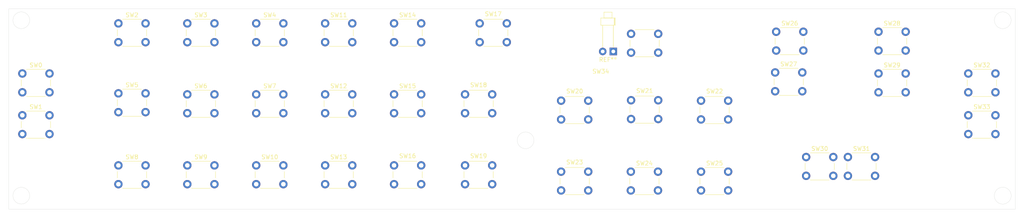
<source format=kicad_pcb>
(kicad_pcb (version 20240108) (generator "pcbnew") (generator_version "8.0")
  (layers (0 "F.Cu" signal) (31 "B.Cu" signal) (34 "B.Paste" user) (35 "F.Paste" user) (36 "B.SilkS" user "B.Silkscreen") (37 "F.SilkS" user "F.Silkscreen") (38 "B.Mask" user) (39 "F.Mask" user) (44 "Edge.Cuts" user))
  (net 0 "")
  (net 11 "/R0")
  (net 12 "/R1")
  (net 35 "/R2")
  (net 39 "/MB_1")
  (footprint "Button_Switch_THT:SW_PUSH_6mm" (layer "F.Cu") (at 254.750002 47.25)
    (property "Reference" "SW32" (at 3.25 -2 360) (layer "F.SilkS"))
    (property "Value" "SW_MEC_5E")
    (fp_line (start -0.25 1.5) (end -0.25 3) (stroke (width 0.12)) (layer "F.SilkS"))
    (fp_line (start 1 5.5) (end 5.5 5.5) (stroke (width 0.12)) (layer "F.SilkS"))
    (fp_line (start 5.5 -1) (end 1 -1) (stroke (width 0.12)) (layer "F.SilkS"))
    (fp_line (start 6.75 3) (end 6.75 1.5) (stroke (width 0.12)) (layer "F.SilkS"))
    (pad "1" thru_hole circle (at 0 0 90) (size 2 2) (drill 1.1) (layers "*.Cu" "*.Mask") (net 35 "/R2"))
    (pad "1" thru_hole circle (at 6.5 0 90) (size 2 2) (drill 1.1) (layers "*.Cu" "*.Mask") (net 35 "/R2"))
    (pad "2" thru_hole circle (at 0 4.5 90) (size 2 2) (drill 1.1) (layers "*.Cu" "*.Mask"))
    (pad "2" thru_hole circle (at 6.5 4.5 90) (size 2 2) (drill 1.1) (layers "*.Cu" "*.Mask"))
  )
  (footprint "Button_Switch_THT:SW_PUSH_6mm" (layer "F.Cu") (at 100.75 35.25)
    (property "Reference" "SW11" (at 3.25 -2 360) (layer "F.SilkS"))
    (property "Value" "SW_MEC_5E")
    (fp_line (start -0.25 1.5) (end -0.25 3) (stroke (width 0.12)) (layer "F.SilkS"))
    (fp_line (start 1 5.5) (end 5.5 5.5) (stroke (width 0.12)) (layer "F.SilkS"))
    (fp_line (start 5.5 -1) (end 1 -1) (stroke (width 0.12)) (layer "F.SilkS"))
    (fp_line (start 6.75 3) (end 6.75 1.5) (stroke (width 0.12)) (layer "F.SilkS"))
    (pad "1" thru_hole circle (at 0 0 90) (size 2 2) (drill 1.1) (layers "*.Cu" "*.Mask") (net 11 "/R0"))
    (pad "1" thru_hole circle (at 6.5 0 90) (size 2 2) (drill 1.1) (layers "*.Cu" "*.Mask") (net 11 "/R0"))
    (pad "2" thru_hole circle (at 0 4.5 90) (size 2 2) (drill 1.1) (layers "*.Cu" "*.Mask"))
    (pad "2" thru_hole circle (at 6.5 4.5 90) (size 2 2) (drill 1.1) (layers "*.Cu" "*.Mask"))
  )
  (footprint "Button_Switch_THT:SW_PUSH_6mm" (layer "F.Cu") (at 84.25 52.25)
    (property "Reference" "SW7" (at 3.25 -2 360) (layer "F.SilkS"))
    (property "Value" "SW_MEC_5E")
    (fp_line (start -0.25 1.5) (end -0.25 3) (stroke (width 0.12)) (layer "F.SilkS"))
    (fp_line (start 1 5.5) (end 5.5 5.5) (stroke (width 0.12)) (layer "F.SilkS"))
    (fp_line (start 5.5 -1) (end 1 -1) (stroke (width 0.12)) (layer "F.SilkS"))
    (fp_line (start 6.75 3) (end 6.75 1.5) (stroke (width 0.12)) (layer "F.SilkS"))
    (pad "1" thru_hole circle (at 0 0 90) (size 2 2) (drill 1.1) (layers "*.Cu" "*.Mask") (net 11 "/R0"))
    (pad "1" thru_hole circle (at 6.5 0 90) (size 2 2) (drill 1.1) (layers "*.Cu" "*.Mask") (net 11 "/R0"))
    (pad "2" thru_hole circle (at 0 4.5 90) (size 2 2) (drill 1.1) (layers "*.Cu" "*.Mask"))
    (pad "2" thru_hole circle (at 6.5 4.5 90) (size 2 2) (drill 1.1) (layers "*.Cu" "*.Mask"))
  )
  (footprint "Button_Switch_THT:SW_PUSH_6mm" (layer "F.Cu") (at 208.75 37.25)
    (property "Reference" "SW26" (at 3.25 -2 360) (layer "F.SilkS"))
    (property "Value" "SW_MEC_5E")
    (fp_line (start -0.25 1.5) (end -0.25 3) (stroke (width 0.12)) (layer "F.SilkS"))
    (fp_line (start 1 5.5) (end 5.5 5.5) (stroke (width 0.12)) (layer "F.SilkS"))
    (fp_line (start 5.5 -1) (end 1 -1) (stroke (width 0.12)) (layer "F.SilkS"))
    (fp_line (start 6.75 3) (end 6.75 1.5) (stroke (width 0.12)) (layer "F.SilkS"))
    (pad "1" thru_hole circle (at 0 0 90) (size 2 2) (drill 1.1) (layers "*.Cu" "*.Mask") (net 12 "/R1"))
    (pad "1" thru_hole circle (at 6.5 0 90) (size 2 2) (drill 1.1) (layers "*.Cu" "*.Mask") (net 12 "/R1"))
    (pad "2" thru_hole circle (at 0 4.5 90) (size 2 2) (drill 1.1) (layers "*.Cu" "*.Mask"))
    (pad "2" thru_hole circle (at 6.5 4.5 90) (size 2 2) (drill 1.1) (layers "*.Cu" "*.Mask"))
  )
  (footprint "Button_Switch_THT:SW_PUSH_6mm" (layer "F.Cu") (at 190.75 70.75)
    (property "Reference" "SW25" (at 3.25 -2 360) (layer "F.SilkS"))
    (property "Value" "SW_MEC_5E")
    (fp_line (start -0.25 1.5) (end -0.25 3) (stroke (width 0.12)) (layer "F.SilkS"))
    (fp_line (start 1 5.5) (end 5.5 5.5) (stroke (width 0.12)) (layer "F.SilkS"))
    (fp_line (start 5.5 -1) (end 1 -1) (stroke (width 0.12)) (layer "F.SilkS"))
    (fp_line (start 6.75 3) (end 6.75 1.5) (stroke (width 0.12)) (layer "F.SilkS"))
    (pad "1" thru_hole circle (at 0 0 90) (size 2 2) (drill 1.1) (layers "*.Cu" "*.Mask") (net 12 "/R1"))
    (pad "1" thru_hole circle (at 6.5 0 90) (size 2 2) (drill 1.1) (layers "*.Cu" "*.Mask") (net 12 "/R1"))
    (pad "2" thru_hole circle (at 0 4.5 90) (size 2 2) (drill 1.1) (layers "*.Cu" "*.Mask"))
    (pad "2" thru_hole circle (at 6.5 4.5 90) (size 2 2) (drill 1.1) (layers "*.Cu" "*.Mask"))
  )
  (footprint "Button_Switch_THT:SW_PUSH_6mm" (layer "F.Cu") (at 233.25 47.25)
    (property "Reference" "SW29" (at 3.25 -2 360) (layer "F.SilkS"))
    (property "Value" "SW_MEC_5E")
    (fp_line (start -0.25 1.5) (end -0.25 3) (stroke (width 0.12)) (layer "F.SilkS"))
    (fp_line (start 1 5.5) (end 5.5 5.5) (stroke (width 0.12)) (layer "F.SilkS"))
    (fp_line (start 5.5 -1) (end 1 -1) (stroke (width 0.12)) (layer "F.SilkS"))
    (fp_line (start 6.75 3) (end 6.75 1.5) (stroke (width 0.12)) (layer "F.SilkS"))
    (pad "1" thru_hole circle (at 0 0 90) (size 2 2) (drill 1.1) (layers "*.Cu" "*.Mask") (net 12 "/R1"))
    (pad "1" thru_hole circle (at 6.5 0 90) (size 2 2) (drill 1.1) (layers "*.Cu" "*.Mask") (net 12 "/R1"))
    (pad "2" thru_hole circle (at 0 4.5 90) (size 2 2) (drill 1.1) (layers "*.Cu" "*.Mask"))
    (pad "2" thru_hole circle (at 6.5 4.5 90) (size 2 2) (drill 1.1) (layers "*.Cu" "*.Mask"))
  )
  (footprint "Button_Switch_THT:SW_PUSH_6mm" (layer "F.Cu") (at 51.25 35.25)
    (property "Reference" "SW2" (at 3.25 -2 360) (layer "F.SilkS"))
    (property "Value" "SW_MEC_5E")
    (fp_line (start -0.25 1.5) (end -0.25 3) (stroke (width 0.12)) (layer "F.SilkS"))
    (fp_line (start 1 5.5) (end 5.5 5.5) (stroke (width 0.12)) (layer "F.SilkS"))
    (fp_line (start 5.5 -1) (end 1 -1) (stroke (width 0.12)) (layer "F.SilkS"))
    (fp_line (start 6.75 3) (end 6.75 1.5) (stroke (width 0.12)) (layer "F.SilkS"))
    (pad "1" thru_hole circle (at 0 0 90) (size 2 2) (drill 1.1) (layers "*.Cu" "*.Mask") (net 11 "/R0"))
    (pad "1" thru_hole circle (at 6.5 0 90) (size 2 2) (drill 1.1) (layers "*.Cu" "*.Mask") (net 11 "/R0"))
    (pad "2" thru_hole circle (at 0 4.5 90) (size 2 2) (drill 1.1) (layers "*.Cu" "*.Mask"))
    (pad "2" thru_hole circle (at 6.5 4.5 90) (size 2 2) (drill 1.1) (layers "*.Cu" "*.Mask"))
  )
  (footprint "Button_Switch_THT:SW_PUSH_6mm" (layer "F.Cu") (at 84.25 35.25)
    (property "Reference" "SW4" (at 3.25 -2 360) (layer "F.SilkS"))
    (property "Value" "SW_MEC_5E")
    (fp_line (start -0.25 1.5) (end -0.25 3) (stroke (width 0.12)) (layer "F.SilkS"))
    (fp_line (start 1 5.5) (end 5.5 5.5) (stroke (width 0.12)) (layer "F.SilkS"))
    (fp_line (start 5.5 -1) (end 1 -1) (stroke (width 0.12)) (layer "F.SilkS"))
    (fp_line (start 6.75 3) (end 6.75 1.5) (stroke (width 0.12)) (layer "F.SilkS"))
    (pad "1" thru_hole circle (at 0 0 90) (size 2 2) (drill 1.1) (layers "*.Cu" "*.Mask") (net 11 "/R0"))
    (pad "1" thru_hole circle (at 6.5 0 90) (size 2 2) (drill 1.1) (layers "*.Cu" "*.Mask") (net 11 "/R0"))
    (pad "2" thru_hole circle (at 0 4.5 90) (size 2 2) (drill 1.1) (layers "*.Cu" "*.Mask"))
    (pad "2" thru_hole circle (at 6.5 4.5 90) (size 2 2) (drill 1.1) (layers "*.Cu" "*.Mask"))
  )
  (footprint "Button_Switch_THT:SW_PUSH_6mm" (layer "F.Cu") (at 174 53.65)
    (property "Reference" "SW21" (at 3.25 -2.25 360) (layer "F.SilkS"))
    (property "Value" "SW_MEC_5E")
    (fp_line (start -0.25 1.5) (end -0.25 3) (stroke (width 0.12)) (layer "F.SilkS"))
    (fp_line (start 1 5.5) (end 5.5 5.5) (stroke (width 0.12)) (layer "F.SilkS"))
    (fp_line (start 5.5 -1) (end 1 -1) (stroke (width 0.12)) (layer "F.SilkS"))
    (fp_line (start 6.75 3) (end 6.75 1.5) (stroke (width 0.12)) (layer "F.SilkS"))
    (pad "1" thru_hole circle (at 0 0 90) (size 2 2) (drill 1.1) (layers "*.Cu" "*.Mask") (net 12 "/R1"))
    (pad "1" thru_hole circle (at 6.5 0 90) (size 2 2) (drill 1.1) (layers "*.Cu" "*.Mask") (net 12 "/R1"))
    (pad "2" thru_hole circle (at 0 4.5 90) (size 2 2) (drill 1.1) (layers "*.Cu" "*.Mask"))
    (pad "2" thru_hole circle (at 6.5 4.5 90) (size 2 2) (drill 1.1) (layers "*.Cu" "*.Mask"))
  )
  (footprint "Button_Switch_THT:SW_PUSH_6mm" (layer "F.Cu") (at 157.250002 53.74993)
    (property "Reference" "SW20" (at 3.25 -2.25 360) (layer "F.SilkS"))
    (property "Value" "SW_MEC_5E")
    (fp_line (start -0.25 1.5) (end -0.25 3) (stroke (width 0.12)) (layer "F.SilkS"))
    (fp_line (start 1 5.5) (end 5.5 5.5) (stroke (width 0.12)) (layer "F.SilkS"))
    (fp_line (start 5.5 -1) (end 1 -1) (stroke (width 0.12)) (layer "F.SilkS"))
    (fp_line (start 6.75 3) (end 6.75 1.5) (stroke (width 0.12)) (layer "F.SilkS"))
    (pad "1" thru_hole circle (at 0 0 90) (size 2 2) (drill 1.1) (layers "*.Cu" "*.Mask") (net 12 "/R1"))
    (pad "1" thru_hole circle (at 6.5 0 90) (size 2 2) (drill 1.1) (layers "*.Cu" "*.Mask") (net 12 "/R1"))
    (pad "2" thru_hole circle (at 0 4.5 90) (size 2 2) (drill 1.1) (layers "*.Cu" "*.Mask"))
    (pad "2" thru_hole circle (at 6.5 4.5 90) (size 2 2) (drill 1.1) (layers "*.Cu" "*.Mask"))
  )
  (footprint "Button_Switch_THT:SW_PUSH_6mm" (layer "F.Cu") (at 51.25 69.25)
    (property "Reference" "SW8" (at 3.25 -2 360) (layer "F.SilkS"))
    (property "Value" "SW_MEC_5E")
    (fp_line (start -0.25 1.5) (end -0.25 3) (stroke (width 0.12)) (layer "F.SilkS"))
    (fp_line (start 1 5.5) (end 5.5 5.5) (stroke (width 0.12)) (layer "F.SilkS"))
    (fp_line (start 5.5 -1) (end 1 -1) (stroke (width 0.12)) (layer "F.SilkS"))
    (fp_line (start 6.75 3) (end 6.75 1.5) (stroke (width 0.12)) (layer "F.SilkS"))
    (pad "1" thru_hole circle (at 0 0 90) (size 2 2) (drill 1.1) (layers "*.Cu" "*.Mask") (net 11 "/R0"))
    (pad "1" thru_hole circle (at 6.5 0 90) (size 2 2) (drill 1.1) (layers "*.Cu" "*.Mask") (net 11 "/R0"))
    (pad "2" thru_hole circle (at 0 4.5 90) (size 2 2) (drill 1.1) (layers "*.Cu" "*.Mask"))
    (pad "2" thru_hole circle (at 6.5 4.5 90) (size 2 2) (drill 1.1) (layers "*.Cu" "*.Mask"))
  )
  (footprint "Button_Switch_THT:SW_PUSH_6mm" (layer "F.Cu") (at 190.75 53.75)
    (property "Reference" "SW22" (at 3.25 -2.25 360) (layer "F.SilkS"))
    (property "Value" "SW_MEC_5E")
    (fp_line (start -0.25 1.5) (end -0.25 3) (stroke (width 0.12)) (layer "F.SilkS"))
    (fp_line (start 1 5.5) (end 5.5 5.5) (stroke (width 0.12)) (layer "F.SilkS"))
    (fp_line (start 5.5 -1) (end 1 -1) (stroke (width 0.12)) (layer "F.SilkS"))
    (fp_line (start 6.75 3) (end 6.75 1.5) (stroke (width 0.12)) (layer "F.SilkS"))
    (pad "1" thru_hole circle (at 0 0 90) (size 2 2) (drill 1.1) (layers "*.Cu" "*.Mask") (net 12 "/R1"))
    (pad "1" thru_hole circle (at 6.5 0 90) (size 2 2) (drill 1.1) (layers "*.Cu" "*.Mask") (net 12 "/R1"))
    (pad "2" thru_hole circle (at 0 4.5 90) (size 2 2) (drill 1.1) (layers "*.Cu" "*.Mask"))
    (pad "2" thru_hole circle (at 6.5 4.5 90) (size 2 2) (drill 1.1) (layers "*.Cu" "*.Mask"))
  )
  (footprint "Button_Switch_THT:SW_PUSH_6mm" (layer "F.Cu") (at 84.25 69.25)
    (property "Reference" "SW10" (at 3.25 -2 360) (layer "F.SilkS"))
    (property "Value" "SW_MEC_5E")
    (fp_line (start -0.25 1.5) (end -0.25 3) (stroke (width 0.12)) (layer "F.SilkS"))
    (fp_line (start 1 5.5) (end 5.5 5.5) (stroke (width 0.12)) (layer "F.SilkS"))
    (fp_line (start 5.5 -1) (end 1 -1) (stroke (width 0.12)) (layer "F.SilkS"))
    (fp_line (start 6.75 3) (end 6.75 1.5) (stroke (width 0.12)) (layer "F.SilkS"))
    (pad "1" thru_hole circle (at 0 0 90) (size 2 2) (drill 1.1) (layers "*.Cu" "*.Mask") (net 11 "/R0"))
    (pad "1" thru_hole circle (at 6.5 0 90) (size 2 2) (drill 1.1) (layers "*.Cu" "*.Mask") (net 11 "/R0"))
    (pad "2" thru_hole circle (at 0 4.5 90) (size 2 2) (drill 1.1) (layers "*.Cu" "*.Mask"))
    (pad "2" thru_hole circle (at 6.5 4.5 90) (size 2 2) (drill 1.1) (layers "*.Cu" "*.Mask"))
  )
  (footprint "Button_Switch_THT:SW_PUSH_6mm" (layer "F.Cu") (at 137.75 35.25)
    (property "Reference" "SW17" (at 3.25 -2.25 360) (layer "F.SilkS"))
    (property "Value" "SW_MEC_5E")
    (fp_line (start -0.25 1.5) (end -0.25 3) (stroke (width 0.12)) (layer "F.SilkS"))
    (fp_line (start 1 5.5) (end 5.5 5.5) (stroke (width 0.12)) (layer "F.SilkS"))
    (fp_line (start 5.5 -1) (end 1 -1) (stroke (width 0.12)) (layer "F.SilkS"))
    (fp_line (start 6.75 3) (end 6.75 1.5) (stroke (width 0.12)) (layer "F.SilkS"))
    (pad "1" thru_hole circle (at 0 0 90) (size 2 2) (drill 1.1) (layers "*.Cu" "*.Mask") (net 12 "/R1"))
    (pad "1" thru_hole circle (at 6.5 0 90) (size 2 2) (drill 1.1) (layers "*.Cu" "*.Mask") (net 12 "/R1"))
    (pad "2" thru_hole circle (at 0 4.5 90) (size 2 2) (drill 1.1) (layers "*.Cu" "*.Mask"))
    (pad "2" thru_hole circle (at 6.5 4.5 90) (size 2 2) (drill 1.1) (layers "*.Cu" "*.Mask"))
  )
  (footprint "Button_Switch_THT:SW_PUSH_6mm" (layer "F.Cu") (at 173.950002 70.74993)
    (property "Reference" "SW24" (at 3.25 -2 360) (layer "F.SilkS"))
    (property "Value" "SW_MEC_5E")
    (fp_line (start -0.25 1.5) (end -0.25 3) (stroke (width 0.12)) (layer "F.SilkS"))
    (fp_line (start 1 5.5) (end 5.5 5.5) (stroke (width 0.12)) (layer "F.SilkS"))
    (fp_line (start 5.5 -1) (end 1 -1) (stroke (width 0.12)) (layer "F.SilkS"))
    (fp_line (start 6.75 3) (end 6.75 1.5) (stroke (width 0.12)) (layer "F.SilkS"))
    (pad "1" thru_hole circle (at 0 0 90) (size 2 2) (drill 1.1) (layers "*.Cu" "*.Mask") (net 12 "/R1"))
    (pad "1" thru_hole circle (at 6.5 0 90) (size 2 2) (drill 1.1) (layers "*.Cu" "*.Mask") (net 12 "/R1"))
    (pad "2" thru_hole circle (at 0 4.5 90) (size 2 2) (drill 1.1) (layers "*.Cu" "*.Mask"))
    (pad "2" thru_hole circle (at 6.5 4.5 90) (size 2 2) (drill 1.1) (layers "*.Cu" "*.Mask"))
  )
  (footprint "Button_Switch_THT:SW_PUSH_6mm" (layer "F.Cu") (at 28.25 47.25)
    (property "Reference" "SW0" (at 3.25 -2 360) (layer "F.SilkS"))
    (property "Value" "SW_MEC_5E")
    (fp_line (start -0.25 1.5) (end -0.25 3) (stroke (width 0.12)) (layer "F.SilkS"))
    (fp_line (start 1 5.5) (end 5.5 5.5) (stroke (width 0.12)) (layer "F.SilkS"))
    (fp_line (start 5.5 -1) (end 1 -1) (stroke (width 0.12)) (layer "F.SilkS"))
    (fp_line (start 6.75 3) (end 6.75 1.5) (stroke (width 0.12)) (layer "F.SilkS"))
    (pad "1" thru_hole circle (at 0 0 90) (size 2 2) (drill 1.1) (layers "*.Cu" "*.Mask") (net 11 "/R0"))
    (pad "1" thru_hole circle (at 6.5 0 90) (size 2 2) (drill 1.1) (layers "*.Cu" "*.Mask") (net 11 "/R0"))
    (pad "2" thru_hole circle (at 0 4.5 90) (size 2 2) (drill 1.1) (layers "*.Cu" "*.Mask"))
    (pad "2" thru_hole circle (at 6.5 4.5 90) (size 2 2) (drill 1.1) (layers "*.Cu" "*.Mask"))
  )
  (footprint "Button_Switch_THT:SW_PUSH_6mm" (layer "F.Cu") (at 208.5 47)
    (property "Reference" "SW27" (at 3.25 -2 360) (layer "F.SilkS"))
    (property "Value" "SW_MEC_5E")
    (fp_line (start -0.25 1.5) (end -0.25 3) (stroke (width 0.12)) (layer "F.SilkS"))
    (fp_line (start 1 5.5) (end 5.5 5.5) (stroke (width 0.12)) (layer "F.SilkS"))
    (fp_line (start 5.5 -1) (end 1 -1) (stroke (width 0.12)) (layer "F.SilkS"))
    (fp_line (start 6.75 3) (end 6.75 1.5) (stroke (width 0.12)) (layer "F.SilkS"))
    (pad "1" thru_hole circle (at 0 0 90) (size 2 2) (drill 1.1) (layers "*.Cu" "*.Mask") (net 12 "/R1"))
    (pad "1" thru_hole circle (at 6.5 0 90) (size 2 2) (drill 1.1) (layers "*.Cu" "*.Mask") (net 12 "/R1"))
    (pad "2" thru_hole circle (at 0 4.5 90) (size 2 2) (drill 1.1) (layers "*.Cu" "*.Mask"))
    (pad "2" thru_hole circle (at 6.5 4.5 90) (size 2 2) (drill 1.1) (layers "*.Cu" "*.Mask"))
  )
  (footprint "Button_Switch_THT:SW_PUSH_6mm" (layer "F.Cu") (at 225.924348 67.25)
    (property "Reference" "SW31" (at 3.25 -2 360) (layer "F.SilkS"))
    (property "Value" "SW_MEC_5E")
    (fp_line (start -0.25 1.5) (end -0.25 3) (stroke (width 0.12)) (layer "F.SilkS"))
    (fp_line (start 1 5.5) (end 5.5 5.5) (stroke (width 0.12)) (layer "F.SilkS"))
    (fp_line (start 5.5 -1) (end 1 -1) (stroke (width 0.12)) (layer "F.SilkS"))
    (fp_line (start 6.75 3) (end 6.75 1.5) (stroke (width 0.12)) (layer "F.SilkS"))
    (pad "1" thru_hole circle (at 0 0 90) (size 2 2) (drill 1.1) (layers "*.Cu" "*.Mask") (net 12 "/R1"))
    (pad "1" thru_hole circle (at 6.5 0 90) (size 2 2) (drill 1.1) (layers "*.Cu" "*.Mask") (net 12 "/R1"))
    (pad "2" thru_hole circle (at 0 4.5 90) (size 2 2) (drill 1.1) (layers "*.Cu" "*.Mask"))
    (pad "2" thru_hole circle (at 6.5 4.5 90) (size 2 2) (drill 1.1) (layers "*.Cu" "*.Mask"))
  )
  (footprint "Button_Switch_THT:SW_PUSH_6mm" (layer "F.Cu") (at 67.75 35.25)
    (property "Reference" "SW3" (at 3.25 -2 360) (layer "F.SilkS"))
    (property "Value" "SW_MEC_5E")
    (fp_line (start -0.25 1.5) (end -0.25 3) (stroke (width 0.12)) (layer "F.SilkS"))
    (fp_line (start 1 5.5) (end 5.5 5.5) (stroke (width 0.12)) (layer "F.SilkS"))
    (fp_line (start 5.5 -1) (end 1 -1) (stroke (width 0.12)) (layer "F.SilkS"))
    (fp_line (start 6.75 3) (end 6.75 1.5) (stroke (width 0.12)) (layer "F.SilkS"))
    (pad "1" thru_hole circle (at 0 0 90) (size 2 2) (drill 1.1) (layers "*.Cu" "*.Mask") (net 11 "/R0"))
    (pad "1" thru_hole circle (at 6.5 0 90) (size 2 2) (drill 1.1) (layers "*.Cu" "*.Mask") (net 11 "/R0"))
    (pad "2" thru_hole circle (at 0 4.5 90) (size 2 2) (drill 1.1) (layers "*.Cu" "*.Mask"))
    (pad "2" thru_hole circle (at 6.5 4.5 90) (size 2 2) (drill 1.1) (layers "*.Cu" "*.Mask"))
  )
  (footprint "Button_Switch_THT:SW_PUSH_6mm" (layer "F.Cu") (at 254.750002 57.25)
    (property "Reference" "SW33" (at 3.25 -2 360) (layer "F.SilkS"))
    (property "Value" "SW_MEC_5E")
    (fp_line (start -0.25 1.5) (end -0.25 3) (stroke (width 0.12)) (layer "F.SilkS"))
    (fp_line (start 1 5.5) (end 5.5 5.5) (stroke (width 0.12)) (layer "F.SilkS"))
    (fp_line (start 5.5 -1) (end 1 -1) (stroke (width 0.12)) (layer "F.SilkS"))
    (fp_line (start 6.75 3) (end 6.75 1.5) (stroke (width 0.12)) (layer "F.SilkS"))
    (pad "1" thru_hole circle (at 0 0 90) (size 2 2) (drill 1.1) (layers "*.Cu" "*.Mask") (net 35 "/R2"))
    (pad "1" thru_hole circle (at 6.5 0 90) (size 2 2) (drill 1.1) (layers "*.Cu" "*.Mask") (net 35 "/R2"))
    (pad "2" thru_hole circle (at 0 4.5 90) (size 2 2) (drill 1.1) (layers "*.Cu" "*.Mask"))
    (pad "2" thru_hole circle (at 6.5 4.5 90) (size 2 2) (drill 1.1) (layers "*.Cu" "*.Mask"))
  )
  (footprint "Button_Switch_THT:SW_PUSH_6mm" (layer "F.Cu") (at 100.75 52.25)
    (property "Reference" "SW12" (at 3.25 -2 360) (layer "F.SilkS"))
    (property "Value" "SW_MEC_5E")
    (fp_line (start -0.25 1.5) (end -0.25 3) (stroke (width 0.12)) (layer "F.SilkS"))
    (fp_line (start 1 5.5) (end 5.5 5.5) (stroke (width 0.12)) (layer "F.SilkS"))
    (fp_line (start 5.5 -1) (end 1 -1) (stroke (width 0.12)) (layer "F.SilkS"))
    (fp_line (start 6.75 3) (end 6.75 1.5) (stroke (width 0.12)) (layer "F.SilkS"))
    (pad "1" thru_hole circle (at 0 0 90) (size 2 2) (drill 1.1) (layers "*.Cu" "*.Mask") (net 11 "/R0"))
    (pad "1" thru_hole circle (at 6.5 0 90) (size 2 2) (drill 1.1) (layers "*.Cu" "*.Mask") (net 11 "/R0"))
    (pad "2" thru_hole circle (at 0 4.5 90) (size 2 2) (drill 1.1) (layers "*.Cu" "*.Mask"))
    (pad "2" thru_hole circle (at 6.5 4.5 90) (size 2 2) (drill 1.1) (layers "*.Cu" "*.Mask"))
  )
  (footprint "Button_Switch_THT:SW_PUSH_6mm" (layer "F.Cu") (at 117.25 35.25)
    (property "Reference" "SW14" (at 3.25 -2 360) (layer "F.SilkS"))
    (property "Value" "SW_MEC_5E")
    (fp_line (start -0.25 1.5) (end -0.25 3) (stroke (width 0.12)) (layer "F.SilkS"))
    (fp_line (start 1 5.5) (end 5.5 5.5) (stroke (width 0.12)) (layer "F.SilkS"))
    (fp_line (start 5.5 -1) (end 1 -1) (stroke (width 0.12)) (layer "F.SilkS"))
    (fp_line (start 6.75 3) (end 6.75 1.5) (stroke (width 0.12)) (layer "F.SilkS"))
    (pad "1" thru_hole circle (at 0 0 90) (size 2 2) (drill 1.1) (layers "*.Cu" "*.Mask") (net 11 "/R0"))
    (pad "1" thru_hole circle (at 6.5 0 90) (size 2 2) (drill 1.1) (layers "*.Cu" "*.Mask") (net 11 "/R0"))
    (pad "2" thru_hole circle (at 0 4.5 90) (size 2 2) (drill 1.1) (layers "*.Cu" "*.Mask"))
    (pad "2" thru_hole circle (at 6.5 4.5 90) (size 2 2) (drill 1.1) (layers "*.Cu" "*.Mask"))
  )
  (footprint "Button_Switch_THT:SW_PUSH_6mm" (layer "F.Cu") (at 134.25 69.25)
    (property "Reference" "SW19" (at 3.25 -2.25 360) (layer "F.SilkS"))
    (property "Value" "SW_MEC_5E")
    (fp_line (start -0.25 1.5) (end -0.25 3) (stroke (width 0.12)) (layer "F.SilkS"))
    (fp_line (start 1 5.5) (end 5.5 5.5) (stroke (width 0.12)) (layer "F.SilkS"))
    (fp_line (start 5.5 -1) (end 1 -1) (stroke (width 0.12)) (layer "F.SilkS"))
    (fp_line (start 6.75 3) (end 6.75 1.5) (stroke (width 0.12)) (layer "F.SilkS"))
    (pad "1" thru_hole circle (at 0 0 90) (size 2 2) (drill 1.1) (layers "*.Cu" "*.Mask") (net 12 "/R1"))
    (pad "1" thru_hole circle (at 6.5 0 90) (size 2 2) (drill 1.1) (layers "*.Cu" "*.Mask") (net 12 "/R1"))
    (pad "2" thru_hole circle (at 0 4.5 90) (size 2 2) (drill 1.1) (layers "*.Cu" "*.Mask"))
    (pad "2" thru_hole circle (at 6.5 4.5 90) (size 2 2) (drill 1.1) (layers "*.Cu" "*.Mask"))
  )
  (footprint "Button_Switch_THT:SW_PUSH_6mm" (layer "F.Cu") (at 134.25 52.25)
    (property "Reference" "SW18" (at 3.25 -2.25 360) (layer "F.SilkS"))
    (property "Value" "SW_MEC_5E")
    (fp_line (start -0.25 1.5) (end -0.25 3) (stroke (width 0.12)) (layer "F.SilkS"))
    (fp_line (start 1 5.5) (end 5.5 5.5) (stroke (width 0.12)) (layer "F.SilkS"))
    (fp_line (start 5.5 -1) (end 1 -1) (stroke (width 0.12)) (layer "F.SilkS"))
    (fp_line (start 6.75 3) (end 6.75 1.5) (stroke (width 0.12)) (layer "F.SilkS"))
    (pad "1" thru_hole circle (at 0 0 90) (size 2 2) (drill 1.1) (layers "*.Cu" "*.Mask") (net 12 "/R1"))
    (pad "1" thru_hole circle (at 6.5 0 90) (size 2 2) (drill 1.1) (layers "*.Cu" "*.Mask") (net 12 "/R1"))
    (pad "2" thru_hole circle (at 0 4.5 90) (size 2 2) (drill 1.1) (layers "*.Cu" "*.Mask"))
    (pad "2" thru_hole circle (at 6.5 4.5 90) (size 2 2) (drill 1.1) (layers "*.Cu" "*.Mask"))
  )
  (footprint "Button_Switch_THT:SW_PUSH_6mm" (layer "F.Cu") (at 215.924348 67.25)
    (property "Reference" "SW30" (at 3.25 -2 360) (layer "F.SilkS"))
    (property "Value" "SW_MEC_5E")
    (fp_line (start -0.25 1.5) (end -0.25 3) (stroke (width 0.12)) (layer "F.SilkS"))
    (fp_line (start 1 5.5) (end 5.5 5.5) (stroke (width 0.12)) (layer "F.SilkS"))
    (fp_line (start 5.5 -1) (end 1 -1) (stroke (width 0.12)) (layer "F.SilkS"))
    (fp_line (start 6.75 3) (end 6.75 1.5) (stroke (width 0.12)) (layer "F.SilkS"))
    (pad "1" thru_hole circle (at 0 0 90) (size 2 2) (drill 1.1) (layers "*.Cu" "*.Mask") (net 12 "/R1"))
    (pad "1" thru_hole circle (at 6.5 0 90) (size 2 2) (drill 1.1) (layers "*.Cu" "*.Mask") (net 12 "/R1"))
    (pad "2" thru_hole circle (at 0 4.5 90) (size 2 2) (drill 1.1) (layers "*.Cu" "*.Mask"))
    (pad "2" thru_hole circle (at 6.5 4.5 90) (size 2 2) (drill 1.1) (layers "*.Cu" "*.Mask"))
  )
  (footprint "Button_Switch_THT:SW_PUSH_6mm" (layer "F.Cu") (at 100.75 69.25)
    (property "Reference" "SW13" (at 3.25 -2 360) (layer "F.SilkS"))
    (property "Value" "SW_MEC_5E")
    (fp_line (start -0.25 1.5) (end -0.25 3) (stroke (width 0.12)) (layer "F.SilkS"))
    (fp_line (start 1 5.5) (end 5.5 5.5) (stroke (width 0.12)) (layer "F.SilkS"))
    (fp_line (start 5.5 -1) (end 1 -1) (stroke (width 0.12)) (layer "F.SilkS"))
    (fp_line (start 6.75 3) (end 6.75 1.5) (stroke (width 0.12)) (layer "F.SilkS"))
    (pad "1" thru_hole circle (at 0 0 90) (size 2 2) (drill 1.1) (layers "*.Cu" "*.Mask") (net 11 "/R0"))
    (pad "1" thru_hole circle (at 6.5 0 90) (size 2 2) (drill 1.1) (layers "*.Cu" "*.Mask") (net 11 "/R0"))
    (pad "2" thru_hole circle (at 0 4.5 90) (size 2 2) (drill 1.1) (layers "*.Cu" "*.Mask"))
    (pad "2" thru_hole circle (at 6.5 4.5 90) (size 2 2) (drill 1.1) (layers "*.Cu" "*.Mask"))
  )
  (footprint "Button_Switch_THT:SW_PUSH_6mm" (layer "F.Cu") (at 233.25 37.25)
    (property "Reference" "SW28" (at 3.25 -2 360) (layer "F.SilkS"))
    (property "Value" "SW_MEC_5E")
    (fp_line (start -0.25 1.5) (end -0.25 3) (stroke (width 0.12)) (layer "F.SilkS"))
    (fp_line (start 1 5.5) (end 5.5 5.5) (stroke (width 0.12)) (layer "F.SilkS"))
    (fp_line (start 5.5 -1) (end 1 -1) (stroke (width 0.12)) (layer "F.SilkS"))
    (fp_line (start 6.75 3) (end 6.75 1.5) (stroke (width 0.12)) (layer "F.SilkS"))
    (pad "1" thru_hole circle (at 0 0 90) (size 2 2) (drill 1.1) (layers "*.Cu" "*.Mask") (net 12 "/R1"))
    (pad "1" thru_hole circle (at 6.5 0 90) (size 2 2) (drill 1.1) (layers "*.Cu" "*.Mask") (net 12 "/R1"))
    (pad "2" thru_hole circle (at 0 4.5 90) (size 2 2) (drill 1.1) (layers "*.Cu" "*.Mask"))
    (pad "2" thru_hole circle (at 6.5 4.5 90) (size 2 2) (drill 1.1) (layers "*.Cu" "*.Mask"))
  )
  (footprint "Button_Switch_THT:SW_PUSH_6mm" (layer "F.Cu") (at 157.25 70.75)
    (property "Reference" "SW23" (at 3.25 -2.25 360) (layer "F.SilkS"))
    (property "Value" "SW_MEC_5E")
    (fp_line (start -0.25 1.5) (end -0.25 3) (stroke (width 0.12)) (layer "F.SilkS"))
    (fp_line (start 1 5.5) (end 5.5 5.5) (stroke (width 0.12)) (layer "F.SilkS"))
    (fp_line (start 5.5 -1) (end 1 -1) (stroke (width 0.12)) (layer "F.SilkS"))
    (fp_line (start 6.75 3) (end 6.75 1.5) (stroke (width 0.12)) (layer "F.SilkS"))
    (pad "1" thru_hole circle (at 0 0 90) (size 2 2) (drill 1.1) (layers "*.Cu" "*.Mask") (net 12 "/R1"))
    (pad "1" thru_hole circle (at 6.5 0 90) (size 2 2) (drill 1.1) (layers "*.Cu" "*.Mask") (net 12 "/R1"))
    (pad "2" thru_hole circle (at 0 4.5 90) (size 2 2) (drill 1.1) (layers "*.Cu" "*.Mask"))
    (pad "2" thru_hole circle (at 6.5 4.5 90) (size 2 2) (drill 1.1) (layers "*.Cu" "*.Mask"))
  )
  (footprint "Button_Switch_THT:SW_PUSH_6mm" (layer "F.Cu") (at 51.25 52)
    (property "Reference" "SW5" (at 3.25 -2 360) (layer "F.SilkS"))
    (property "Value" "SW_MEC_5E")
    (fp_line (start -0.25 1.5) (end -0.25 3) (stroke (width 0.12)) (layer "F.SilkS"))
    (fp_line (start 1 5.5) (end 5.5 5.5) (stroke (width 0.12)) (layer "F.SilkS"))
    (fp_line (start 5.5 -1) (end 1 -1) (stroke (width 0.12)) (layer "F.SilkS"))
    (fp_line (start 6.75 3) (end 6.75 1.5) (stroke (width 0.12)) (layer "F.SilkS"))
    (pad "1" thru_hole circle (at 0 0 90) (size 2 2) (drill 1.1) (layers "*.Cu" "*.Mask") (net 11 "/R0"))
    (pad "1" thru_hole circle (at 6.5 0 90) (size 2 2) (drill 1.1) (layers "*.Cu" "*.Mask") (net 11 "/R0"))
    (pad "2" thru_hole circle (at 0 4.5 90) (size 2 2) (drill 1.1) (layers "*.Cu" "*.Mask"))
    (pad "2" thru_hole circle (at 6.5 4.5 90) (size 2 2) (drill 1.1) (layers "*.Cu" "*.Mask"))
  )
  (footprint "Button_Switch_THT:SW_PUSH_6mm" (layer "F.Cu") (at 28.25 57.25)
    (property "Reference" "SW1" (at 3.25 -2 360) (layer "F.SilkS"))
    (property "Value" "SW_MEC_5E")
    (fp_line (start -0.25 1.5) (end -0.25 3) (stroke (width 0.12)) (layer "F.SilkS"))
    (fp_line (start 1 5.5) (end 5.5 5.5) (stroke (width 0.12)) (layer "F.SilkS"))
    (fp_line (start 5.5 -1) (end 1 -1) (stroke (width 0.12)) (layer "F.SilkS"))
    (fp_line (start 6.75 3) (end 6.75 1.5) (stroke (width 0.12)) (layer "F.SilkS"))
    (pad "1" thru_hole circle (at 0 0 90) (size 2 2) (drill 1.1) (layers "*.Cu" "*.Mask") (net 11 "/R0"))
    (pad "1" thru_hole circle (at 6.5 0 90) (size 2 2) (drill 1.1) (layers "*.Cu" "*.Mask") (net 11 "/R0"))
    (pad "2" thru_hole circle (at 0 4.5 90) (size 2 2) (drill 1.1) (layers "*.Cu" "*.Mask"))
    (pad "2" thru_hole circle (at 6.5 4.5 90) (size 2 2) (drill 1.1) (layers "*.Cu" "*.Mask"))
  )
  (footprint "Button_Switch_THT:SW_PUSH_6mm" (layer "F.Cu") (at 67.75 52.25)
    (property "Reference" "SW6" (at 3.25 -2 360) (layer "F.SilkS"))
    (property "Value" "SW_MEC_5E")
    (fp_line (start -0.25 1.5) (end -0.25 3) (stroke (width 0.12)) (layer "F.SilkS"))
    (fp_line (start 1 5.5) (end 5.5 5.5) (stroke (width 0.12)) (layer "F.SilkS"))
    (fp_line (start 5.5 -1) (end 1 -1) (stroke (width 0.12)) (layer "F.SilkS"))
    (fp_line (start 6.75 3) (end 6.75 1.5) (stroke (width 0.12)) (layer "F.SilkS"))
    (pad "1" thru_hole circle (at 0 0 90) (size 2 2) (drill 1.1) (layers "*.Cu" "*.Mask") (net 11 "/R0"))
    (pad "1" thru_hole circle (at 6.5 0 90) (size 2 2) (drill 1.1) (layers "*.Cu" "*.Mask") (net 11 "/R0"))
    (pad "2" thru_hole circle (at 0 4.5 90) (size 2 2) (drill 1.1) (layers "*.Cu" "*.Mask"))
    (pad "2" thru_hole circle (at 6.5 4.5 90) (size 2 2) (drill 1.1) (layers "*.Cu" "*.Mask"))
  )
  (footprint "LED_THT:LED_D1.8mm_W1.8mm_H2.4mm_Horizontal_O6.35mm_Z8.2mm" (layer "F.Cu") (at 169.75 41.975 180)
    (property "Reference" "REF**" (at 1.27 -1.96 360) (layer "F.SilkS"))
    (property "Value" "LED_D1.8mm_W1.8mm_H2.4mm_Horizontal_O6.35mm_Z8.2mm")
    (fp_line (start 2.98 8.01) (end 2.98 6.29) (stroke (width 0.12)) (layer "F.SilkS"))
    (fp_line (start 2.98 6.29) (end -0.44 6.29) (stroke (width 0.12)) (layer "F.SilkS"))
    (fp_line (start 2.54 6.29) (end 2.54 6.29) (stroke (width 0.12)) (layer "F.SilkS"))
    (fp_line (start 2.54 6.29) (end 2.54 1.08) (stroke (width 0.12)) (layer "F.SilkS"))
    (fp_line (start 2.54 1.08) (end 2.54 6.29) (stroke (width 0.12)) (layer "F.SilkS"))
    (fp_line (start 2.54 1.08) (end 2.54 1.08) (stroke (width 0.12)) (layer "F.SilkS"))
    (fp_line (start 2.23 9.41) (end 2.23 8.01) (stroke (width 0.12)) (layer "F.SilkS"))
    (fp_line (start 2.23 8.01) (end 0.31 8.01) (stroke (width 0.12)) (layer "F.SilkS"))
    (fp_line (start 0.31 9.41) (end 2.23 9.41) (stroke (width 0.12)) (layer "F.SilkS"))
    (fp_line (start 0.31 8.01) (end 0.31 9.41) (stroke (width 0.12)) (layer "F.SilkS"))
    (fp_line (start 0 6.29) (end 0 6.29) (stroke (width 0.12)) (layer "F.SilkS"))
    (fp_line (start 0 6.29) (end 0 1.08) (stroke (width 0.12)) (layer "F.SilkS"))
    (fp_line (start 0 1.08) (end 0 6.29) (stroke (width 0.12)) (layer "F.SilkS"))
    (fp_line (start 0 1.08) (end 0 1.08) (stroke (width 0.12)) (layer "F.SilkS"))
    (fp_line (start -0.2 6.29) (end -0.2 8.01) (stroke (width 0.12)) (layer "F.SilkS"))
    (fp_line (start -0.32 6.29) (end -0.32 8.01) (stroke (width 0.12)) (layer "F.SilkS"))
    (fp_line (start -0.44 8.01) (end 2.98 8.01) (stroke (width 0.12)) (layer "F.SilkS"))
    (fp_line (start -0.44 6.29) (end -0.44 8.01) (stroke (width 0.12)) (layer "F.SilkS"))
    (pad "1" thru_hole rect (at 0 0 180) (size 1.8 1.8) (drill 0.9) (layers "*.Cu" "*.Mask"))
    (pad "2" thru_hole circle (at 2.54 0 180) (size 1.8 1.8) (drill 0.9) (layers "*.Cu" "*.Mask"))
  )
  (footprint "Button_Switch_THT:SW_PUSH_6mm" (layer "F.Cu") (at 174 37.75)
    (property "Reference" "SW34" (at -7.25 9 0) (layer "F.SilkS"))
    (property "Value" "SW_MEC_5E")
    (fp_line (start -0.25 1.5) (end -0.25 3) (stroke (width 0.12)) (layer "F.SilkS"))
    (fp_line (start 1 5.5) (end 5.5 5.5) (stroke (width 0.12)) (layer "F.SilkS"))
    (fp_line (start 5.5 -1) (end 1 -1) (stroke (width 0.12)) (layer "F.SilkS"))
    (fp_line (start 6.75 3) (end 6.75 1.5) (stroke (width 0.12)) (layer "F.SilkS"))
    (pad "1" thru_hole circle (at 0 0 90) (size 2 2) (drill 1.1) (layers "*.Cu" "*.Mask") (net 39 "/MB_1"))
    (pad "1" thru_hole circle (at 6.5 0 90) (size 2 2) (drill 1.1) (layers "*.Cu" "*.Mask") (net 39 "/MB_1"))
    (pad "2" thru_hole circle (at 0 4.5 90) (size 2 2) (drill 1.1) (layers "*.Cu" "*.Mask"))
    (pad "2" thru_hole circle (at 6.5 4.5 90) (size 2 2) (drill 1.1) (layers "*.Cu" "*.Mask"))
  )
  (footprint "Button_Switch_THT:SW_PUSH_6mm" (layer "F.Cu") (at 117.25 69.25)
    (property "Reference" "SW16" (at 3.25 -2.25 360) (layer "F.SilkS"))
    (property "Value" "SW_MEC_5E")
    (fp_line (start -0.25 1.5) (end -0.25 3) (stroke (width 0.12)) (layer "F.SilkS"))
    (fp_line (start 1 5.5) (end 5.5 5.5) (stroke (width 0.12)) (layer "F.SilkS"))
    (fp_line (start 5.5 -1) (end 1 -1) (stroke (width 0.12)) (layer "F.SilkS"))
    (fp_line (start 6.75 3) (end 6.75 1.5) (stroke (width 0.12)) (layer "F.SilkS"))
    (pad "1" thru_hole circle (at 0 0 90) (size 2 2) (drill 1.1) (layers "*.Cu" "*.Mask") (net 12 "/R1"))
    (pad "1" thru_hole circle (at 6.5 0 90) (size 2 2) (drill 1.1) (layers "*.Cu" "*.Mask") (net 12 "/R1"))
    (pad "2" thru_hole circle (at 0 4.5 90) (size 2 2) (drill 1.1) (layers "*.Cu" "*.Mask"))
    (pad "2" thru_hole circle (at 6.5 4.5 90) (size 2 2) (drill 1.1) (layers "*.Cu" "*.Mask"))
  )
  (footprint "Button_Switch_THT:SW_PUSH_6mm" (layer "F.Cu") (at 67.75 69.25)
    (property "Reference" "SW9" (at 3.25 -2 360) (layer "F.SilkS"))
    (property "Value" "SW_MEC_5E")
    (fp_line (start -0.25 1.5) (end -0.25 3) (stroke (width 0.12)) (layer "F.SilkS"))
    (fp_line (start 1 5.5) (end 5.5 5.5) (stroke (width 0.12)) (layer "F.SilkS"))
    (fp_line (start 5.5 -1) (end 1 -1) (stroke (width 0.12)) (layer "F.SilkS"))
    (fp_line (start 6.75 3) (end 6.75 1.5) (stroke (width 0.12)) (layer "F.SilkS"))
    (pad "1" thru_hole circle (at 0 0 90) (size 2 2) (drill 1.1) (layers "*.Cu" "*.Mask") (net 11 "/R0"))
    (pad "1" thru_hole circle (at 6.5 0 90) (size 2 2) (drill 1.1) (layers "*.Cu" "*.Mask") (net 11 "/R0"))
    (pad "2" thru_hole circle (at 0 4.5 90) (size 2 2) (drill 1.1) (layers "*.Cu" "*.Mask"))
    (pad "2" thru_hole circle (at 6.5 4.5 90) (size 2 2) (drill 1.1) (layers "*.Cu" "*.Mask"))
  )
  (footprint "Button_Switch_THT:SW_PUSH_6mm" (layer "F.Cu") (at 117.25 52.25)
    (property "Reference" "SW15" (at 3.25 -2 360) (layer "F.SilkS"))
    (property "Value" "SW_MEC_5E")
    (fp_line (start -0.25 1.5) (end -0.25 3) (stroke (width 0.12)) (layer "F.SilkS"))
    (fp_line (start 1 5.5) (end 5.5 5.5) (stroke (width 0.12)) (layer "F.SilkS"))
    (fp_line (start 5.5 -1) (end 1 -1) (stroke (width 0.12)) (layer "F.SilkS"))
    (fp_line (start 6.75 3) (end 6.75 1.5) (stroke (width 0.12)) (layer "F.SilkS"))
    (pad "1" thru_hole circle (at 0 0 90) (size 2 2) (drill 1.1) (layers "*.Cu" "*.Mask") (net 11 "/R0"))
    (pad "1" thru_hole circle (at 6.5 0 90) (size 2 2) (drill 1.1) (layers "*.Cu" "*.Mask") (net 11 "/R0"))
    (pad "2" thru_hole circle (at 0 4.5 90) (size 2 2) (drill 1.1) (layers "*.Cu" "*.Mask"))
    (pad "2" thru_hole circle (at 6.5 4.5 90) (size 2 2) (drill 1.1) (layers "*.Cu" "*.Mask"))
  )
  (gr_circle (center 28 76.5) (end 28 78.5) (stroke (width 0.05)) (fill none) (layer "Edge.Cuts"))
  (gr_circle (center 263 76.5) (end 263.25 78.5) (stroke (width 0.05)) (fill none) (layer "Edge.Cuts"))
  (gr_circle (center 28 34.5) (end 28 36.5) (stroke (width 0.05)) (fill none) (layer "Edge.Cuts"))
  (gr_circle (center 263 34.5) (end 263 36.5) (stroke (width 0.05)) (fill none) (layer "Edge.Cuts"))
  (gr_circle (center 148.75 63.25) (end 148.75 61.25) (stroke (width 0.05)) (fill none) (layer "Edge.Cuts"))
  (gr_rect (start 25 31.75) (end 266 79.75) (stroke (width 0.05)) (fill none) (layer "Edge.Cuts"))
)
</source>
